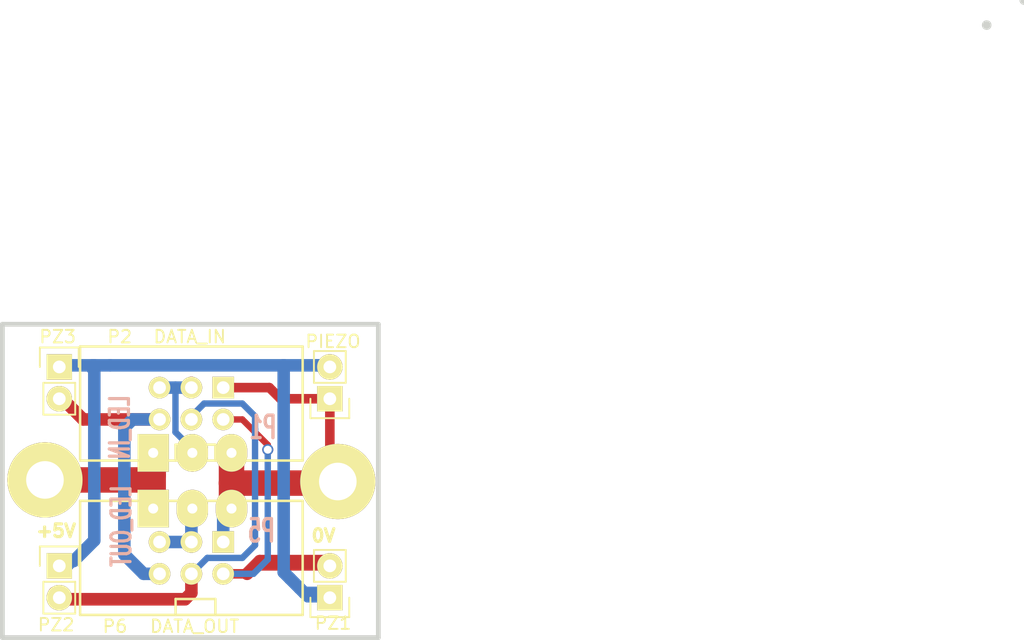
<source format=kicad_pcb>
(kicad_pcb (version 4) (host pcbnew 4.0.0-rc2-stable)

  (general
    (links 20)
    (no_connects 0)
    (area 119.809499 24.1255 201.5465 75.190501)
    (thickness 1.6002)
    (drawings 9)
    (tracks 112)
    (zones 0)
    (modules 10)
    (nets 9)
  )

  (page A4)
  (title_block
    (date "12 jul 2015")
  )

  (layers
    (0 Front signal)
    (31 Back signal)
    (32 B.Adhes user)
    (33 F.Adhes user)
    (34 B.Paste user)
    (35 F.Paste user)
    (36 B.SilkS user)
    (37 F.SilkS user)
    (38 B.Mask user)
    (39 F.Mask user)
    (40 Dwgs.User user)
    (41 Cmts.User user)
    (42 Eco1.User user)
    (43 Eco2.User user)
    (44 Edge.Cuts user)
  )

  (setup
    (last_trace_width 0.762)
    (trace_clearance 0.127)
    (zone_clearance 0.508)
    (zone_45_only no)
    (trace_min 0.2032)
    (segment_width 0.381)
    (edge_width 0.381)
    (via_size 0.889)
    (via_drill 0.635)
    (via_min_size 0.889)
    (via_min_drill 0.508)
    (uvia_size 0.508)
    (uvia_drill 0.127)
    (uvias_allowed no)
    (uvia_min_size 0.508)
    (uvia_min_drill 0.127)
    (pcb_text_width 0.3048)
    (pcb_text_size 1.524 2.032)
    (mod_edge_width 0.381)
    (mod_text_size 1.524 1.524)
    (mod_text_width 0.3048)
    (pad_size 2.032 2.032)
    (pad_drill 1.016)
    (pad_to_mask_clearance 0.254)
    (aux_axis_origin 18 90)
    (grid_origin 122 51.5)
    (visible_elements 7FFFFFFF)
    (pcbplotparams
      (layerselection 0x010e0_80000001)
      (usegerberextensions true)
      (excludeedgelayer true)
      (linewidth 0.150000)
      (plotframeref false)
      (viasonmask false)
      (mode 1)
      (useauxorigin true)
      (hpglpennumber 1)
      (hpglpenspeed 20)
      (hpglpendiameter 15)
      (hpglpenoverlay 0)
      (psnegative false)
      (psa4output false)
      (plotreference true)
      (plotvalue true)
      (plotinvisibletext false)
      (padsonsilk false)
      (subtractmaskfromsilk false)
      (outputformat 1)
      (mirror false)
      (drillshape 0)
      (scaleselection 1)
      (outputdirectory LED_Sound_Tubes_Connector_GERBERS/))
  )

  (net 0 "")
  (net 1 +5V)
  (net 2 GND)
  (net 3 "Net-(P1-Pad2)")
  (net 4 "Net-(P2-Pad4)")
  (net 5 "Net-(P2-Pad6)")
  (net 6 "Net-(P3-Pad2)")
  (net 7 "Net-(P5-Pad2)")
  (net 8 "Net-(P2-Pad2)")

  (net_class Default "This is the default net class."
    (clearance 0.127)
    (trace_width 0.762)
    (via_dia 0.889)
    (via_drill 0.635)
    (uvia_dia 0.508)
    (uvia_drill 0.127)
    (add_net +5V)
    (add_net GND)
    (add_net "Net-(P1-Pad2)")
    (add_net "Net-(P2-Pad2)")
    (add_net "Net-(P2-Pad4)")
    (add_net "Net-(P2-Pad6)")
    (add_net "Net-(P3-Pad2)")
    (add_net "Net-(P5-Pad2)")
  )

  (net_class Thick ""
    (clearance 0.254)
    (trace_width 5.08)
    (via_dia 0.889)
    (via_drill 0.635)
    (uvia_dia 0.508)
    (uvia_drill 0.127)
  )

  (module REInnovationFootprint:CONN_LED_Strip (layer Front) (tedit 56D44B56) (tstamp 56D447AF)
    (at 132.033 60.263)
    (descr "Connecteur 3 pins")
    (tags "CONN DEV")
    (path /5676CA60)
    (fp_text reference P1 (at 8.763 -2.032) (layer B.SilkS)
      (effects (font (size 1.7907 1.07696) (thickness 0.26924)) (justify mirror))
    )
    (fp_text value LED_OUT (at -2.54 5.842 90) (layer B.SilkS)
      (effects (font (size 1.524 1.016) (thickness 0.254)) (justify mirror))
    )
    (pad 1 thru_hole rect (at 0 0) (size 2.5 3) (drill 0.8) (layers *.Cu *.Mask F.SilkS)
      (net 1 +5V))
    (pad 2 thru_hole oval (at 3.125 0) (size 2.5 3) (drill 0.8) (layers *.Cu *.Mask F.SilkS)
      (net 3 "Net-(P1-Pad2)"))
    (pad 3 thru_hole oval (at 6.25 0) (size 2.5 3) (drill 0.8) (layers *.Cu *.Mask F.SilkS)
      (net 2 GND))
  )

  (module REInnovationFootprint:IDC_Header_6W_2.54 (layer Front) (tedit 56D44B67) (tstamp 56D447B5)
    (at 135.081 56.326 270)
    (descr "Through hole pin header")
    (tags "pin header")
    (path /56D43EBB)
    (fp_text reference P2 (at -5.334 5.715 540) (layer F.SilkS)
      (effects (font (size 1 1) (thickness 0.15)))
    )
    (fp_text value DATA_OUT (at 17.78 -0.254 540) (layer F.SilkS)
      (effects (font (size 1 1) (thickness 0.15)))
    )
    (fp_line (start 4.55 -1.915) (end 3.28 -1.915) (layer F.SilkS) (width 0.2))
    (fp_line (start 3.28 -1.915) (end 3.28 1.26) (layer F.SilkS) (width 0.2))
    (fp_line (start 3.28 1.26) (end 4.55 1.26) (layer F.SilkS) (width 0.2))
    (fp_line (start -4.55 8.88) (end 4.55 8.88) (layer F.SilkS) (width 0.2))
    (fp_line (start 4.55 8.88) (end 4.55 -8.88) (layer F.SilkS) (width 0.2))
    (fp_line (start 4.55 -8.88) (end -4.55 -8.88) (layer F.SilkS) (width 0.2))
    (fp_line (start -4.55 -8.88) (end -4.55 8.88) (layer F.SilkS) (width 0.2))
    (pad 1 thru_hole rect (at -1.27 -2.54 270) (size 1.7272 1.7272) (drill 1.016) (layers *.Cu *.Mask F.SilkS)
      (net 2 GND))
    (pad 2 thru_hole oval (at 1.27 -2.54 270) (size 1.7272 1.7272) (drill 1.016) (layers *.Cu *.Mask F.SilkS)
      (net 8 "Net-(P2-Pad2)"))
    (pad 3 thru_hole oval (at -1.27 0 270) (size 1.7272 1.7272) (drill 1.016) (layers *.Cu *.Mask F.SilkS)
      (net 3 "Net-(P1-Pad2)"))
    (pad 4 thru_hole oval (at 1.27 0 270) (size 1.7272 1.7272) (drill 1.016) (layers *.Cu *.Mask F.SilkS)
      (net 4 "Net-(P2-Pad4)"))
    (pad 5 thru_hole oval (at -1.27 2.54 270) (size 1.7272 1.7272) (drill 1.016) (layers *.Cu *.Mask F.SilkS)
      (net 3 "Net-(P1-Pad2)"))
    (pad 6 thru_hole oval (at 1.27 2.54 270) (size 1.7272 1.7272) (drill 1.016) (layers *.Cu *.Mask F.SilkS)
      (net 5 "Net-(P2-Pad6)"))
    (model Pin_Headers.3dshapes/Pin_Header_Straight_2x04.wrl
      (at (xyz 0.05 -0.15 0))
      (scale (xyz 1 1 1))
      (rotate (xyz 0 0 90))
    )
  )

  (module REInnovationFootprint:Pin_Header_Straight_1x02 (layer Front) (tedit 56D44A9E) (tstamp 56D447BE)
    (at 146.13 55.945 180)
    (descr "Through hole pin header")
    (tags "pin header")
    (path /5676CA08)
    (fp_text reference P3 (at -2.667 1.524 270) (layer F.SilkS) hide
      (effects (font (size 1 1) (thickness 0.15)))
    )
    (fp_text value PIEZO (at -0.254 4.572 180) (layer F.SilkS)
      (effects (font (size 1 1) (thickness 0.15)))
    )
    (fp_line (start 1.27 1.27) (end 1.27 3.81) (layer F.SilkS) (width 0.15))
    (fp_line (start 1.55 -1.55) (end 1.55 0) (layer F.SilkS) (width 0.15))
    (fp_line (start -1.75 -1.75) (end -1.75 4.3) (layer F.CrtYd) (width 0.05))
    (fp_line (start 1.75 -1.75) (end 1.75 4.3) (layer F.CrtYd) (width 0.05))
    (fp_line (start -1.75 -1.75) (end 1.75 -1.75) (layer F.CrtYd) (width 0.05))
    (fp_line (start -1.75 4.3) (end 1.75 4.3) (layer F.CrtYd) (width 0.05))
    (fp_line (start 1.27 1.27) (end -1.27 1.27) (layer F.SilkS) (width 0.15))
    (fp_line (start -1.55 0) (end -1.55 -1.55) (layer F.SilkS) (width 0.15))
    (fp_line (start -1.55 -1.55) (end 1.55 -1.55) (layer F.SilkS) (width 0.15))
    (fp_line (start -1.27 1.27) (end -1.27 3.81) (layer F.SilkS) (width 0.15))
    (fp_line (start -1.27 3.81) (end 1.27 3.81) (layer F.SilkS) (width 0.15))
    (pad 1 thru_hole rect (at 0 0 180) (size 2.032 2.032) (drill 1.016) (layers *.Cu *.Mask F.SilkS)
      (net 2 GND))
    (pad 2 thru_hole oval (at 0 2.54 180) (size 2.032 2.032) (drill 1.016) (layers *.Cu *.Mask F.SilkS)
      (net 6 "Net-(P3-Pad2)"))
    (model Pin_Headers.3dshapes/Pin_Header_Straight_1x02.wrl
      (at (xyz 0 -0.05 0))
      (scale (xyz 1 1 1))
      (rotate (xyz 0 0 90))
    )
  )

  (module REInnovationFootprint:Pin_Header_Straight_1x02 (layer Front) (tedit 56D70178) (tstamp 56D447C3)
    (at 146.13 71.82 180)
    (descr "Through hole pin header")
    (tags "pin header")
    (path /56D44E8D)
    (fp_text reference P4 (at 0 4.445 270) (layer F.SilkS) hide
      (effects (font (size 1 1) (thickness 0.15)))
    )
    (fp_text value PZ1 (at -0.254 -2.032 180) (layer F.SilkS)
      (effects (font (size 1 1) (thickness 0.15)))
    )
    (fp_line (start 1.27 1.27) (end 1.27 3.81) (layer F.SilkS) (width 0.15))
    (fp_line (start 1.55 -1.55) (end 1.55 0) (layer F.SilkS) (width 0.15))
    (fp_line (start -1.75 -1.75) (end -1.75 4.3) (layer F.CrtYd) (width 0.05))
    (fp_line (start 1.75 -1.75) (end 1.75 4.3) (layer F.CrtYd) (width 0.05))
    (fp_line (start -1.75 -1.75) (end 1.75 -1.75) (layer F.CrtYd) (width 0.05))
    (fp_line (start -1.75 4.3) (end 1.75 4.3) (layer F.CrtYd) (width 0.05))
    (fp_line (start 1.27 1.27) (end -1.27 1.27) (layer F.SilkS) (width 0.15))
    (fp_line (start -1.55 0) (end -1.55 -1.55) (layer F.SilkS) (width 0.15))
    (fp_line (start -1.55 -1.55) (end 1.55 -1.55) (layer F.SilkS) (width 0.15))
    (fp_line (start -1.27 1.27) (end -1.27 3.81) (layer F.SilkS) (width 0.15))
    (fp_line (start -1.27 3.81) (end 1.27 3.81) (layer F.SilkS) (width 0.15))
    (pad 1 thru_hole rect (at 0 0 180) (size 2.032 2.032) (drill 1.016) (layers *.Cu *.Mask F.SilkS)
      (net 6 "Net-(P3-Pad2)"))
    (pad 2 thru_hole oval (at 0 2.54 180) (size 2.032 2.032) (drill 1.016) (layers *.Cu *.Mask F.SilkS)
      (net 8 "Net-(P2-Pad2)"))
    (model Pin_Headers.3dshapes/Pin_Header_Straight_1x02.wrl
      (at (xyz 0 -0.05 0))
      (scale (xyz 1 1 1))
      (rotate (xyz 0 0 90))
    )
  )

  (module REInnovationFootprint:CONN_LED_Strip (layer Front) (tedit 56D44B59) (tstamp 56D447C8)
    (at 132.033 64.708)
    (descr "Connecteur 3 pins")
    (tags "CONN DEV")
    (path /5676CB16)
    (fp_text reference P5 (at 8.636 1.778) (layer B.SilkS)
      (effects (font (size 1.7907 1.07696) (thickness 0.26924)) (justify mirror))
    )
    (fp_text value LED_IN (at -2.667 -6.477 90) (layer B.SilkS)
      (effects (font (size 1.524 1.016) (thickness 0.254)) (justify mirror))
    )
    (pad 1 thru_hole rect (at 0 0) (size 2.5 3) (drill 0.8) (layers *.Cu *.Mask F.SilkS)
      (net 1 +5V))
    (pad 2 thru_hole oval (at 3.125 0) (size 2.5 3) (drill 0.8) (layers *.Cu *.Mask F.SilkS)
      (net 7 "Net-(P5-Pad2)"))
    (pad 3 thru_hole oval (at 6.25 0) (size 2.5 3) (drill 0.8) (layers *.Cu *.Mask F.SilkS)
      (net 2 GND))
  )

  (module REInnovationFootprint:IDC_Header_6W_2.54 (layer Front) (tedit 56D44B64) (tstamp 56D447CE)
    (at 135.081 68.645 270)
    (descr "Through hole pin header")
    (tags "pin header")
    (path /56D43F99)
    (fp_text reference P6 (at 5.461 6.096 360) (layer F.SilkS)
      (effects (font (size 1 1) (thickness 0.15)))
    )
    (fp_text value DATA_IN (at -17.653 0.127 540) (layer F.SilkS)
      (effects (font (size 1 1) (thickness 0.15)))
    )
    (fp_line (start 4.55 -1.915) (end 3.28 -1.915) (layer F.SilkS) (width 0.2))
    (fp_line (start 3.28 -1.915) (end 3.28 1.26) (layer F.SilkS) (width 0.2))
    (fp_line (start 3.28 1.26) (end 4.55 1.26) (layer F.SilkS) (width 0.2))
    (fp_line (start -4.55 8.88) (end 4.55 8.88) (layer F.SilkS) (width 0.2))
    (fp_line (start 4.55 8.88) (end 4.55 -8.88) (layer F.SilkS) (width 0.2))
    (fp_line (start 4.55 -8.88) (end -4.55 -8.88) (layer F.SilkS) (width 0.2))
    (fp_line (start -4.55 -8.88) (end -4.55 8.88) (layer F.SilkS) (width 0.2))
    (pad 1 thru_hole rect (at -1.27 -2.54 270) (size 1.7272 1.7272) (drill 1.016) (layers *.Cu *.Mask F.SilkS)
      (net 2 GND))
    (pad 2 thru_hole oval (at 1.27 -2.54 270) (size 1.7272 1.7272) (drill 1.016) (layers *.Cu *.Mask F.SilkS)
      (net 8 "Net-(P2-Pad2)"))
    (pad 3 thru_hole oval (at -1.27 0 270) (size 1.7272 1.7272) (drill 1.016) (layers *.Cu *.Mask F.SilkS)
      (net 7 "Net-(P5-Pad2)"))
    (pad 4 thru_hole oval (at 1.27 0 270) (size 1.7272 1.7272) (drill 1.016) (layers *.Cu *.Mask F.SilkS)
      (net 4 "Net-(P2-Pad4)"))
    (pad 5 thru_hole oval (at -1.27 2.54 270) (size 1.7272 1.7272) (drill 1.016) (layers *.Cu *.Mask F.SilkS)
      (net 7 "Net-(P5-Pad2)"))
    (pad 6 thru_hole oval (at 1.27 2.54 270) (size 1.7272 1.7272) (drill 1.016) (layers *.Cu *.Mask F.SilkS)
      (net 5 "Net-(P2-Pad6)"))
    (model Pin_Headers.3dshapes/Pin_Header_Straight_2x04.wrl
      (at (xyz 0.05 -0.15 0))
      (scale (xyz 1 1 1))
      (rotate (xyz 0 0 90))
    )
  )

  (module REInnovationFootprint:Pin_Header_Straight_1x02 (layer Front) (tedit 56D44A02) (tstamp 56D447DC)
    (at 124.54 69.28)
    (descr "Through hole pin header")
    (tags "pin header")
    (path /56D44EE6)
    (fp_text reference P7 (at -2.413 1.651) (layer F.SilkS) hide
      (effects (font (size 1 1) (thickness 0.15)))
    )
    (fp_text value PZ2 (at -0.254 4.699) (layer F.SilkS)
      (effects (font (size 1 1) (thickness 0.15)))
    )
    (fp_line (start 1.27 1.27) (end 1.27 3.81) (layer F.SilkS) (width 0.15))
    (fp_line (start 1.55 -1.55) (end 1.55 0) (layer F.SilkS) (width 0.15))
    (fp_line (start -1.75 -1.75) (end -1.75 4.3) (layer F.CrtYd) (width 0.05))
    (fp_line (start 1.75 -1.75) (end 1.75 4.3) (layer F.CrtYd) (width 0.05))
    (fp_line (start -1.75 -1.75) (end 1.75 -1.75) (layer F.CrtYd) (width 0.05))
    (fp_line (start -1.75 4.3) (end 1.75 4.3) (layer F.CrtYd) (width 0.05))
    (fp_line (start 1.27 1.27) (end -1.27 1.27) (layer F.SilkS) (width 0.15))
    (fp_line (start -1.55 0) (end -1.55 -1.55) (layer F.SilkS) (width 0.15))
    (fp_line (start -1.55 -1.55) (end 1.55 -1.55) (layer F.SilkS) (width 0.15))
    (fp_line (start -1.27 1.27) (end -1.27 3.81) (layer F.SilkS) (width 0.15))
    (fp_line (start -1.27 3.81) (end 1.27 3.81) (layer F.SilkS) (width 0.15))
    (pad 1 thru_hole rect (at 0 0) (size 2.032 2.032) (drill 1.016) (layers *.Cu *.Mask F.SilkS)
      (net 6 "Net-(P3-Pad2)"))
    (pad 2 thru_hole oval (at 0 2.54) (size 2.032 2.032) (drill 1.016) (layers *.Cu *.Mask F.SilkS)
      (net 4 "Net-(P2-Pad4)"))
    (model Pin_Headers.3dshapes/Pin_Header_Straight_1x02.wrl
      (at (xyz 0 -0.05 0))
      (scale (xyz 1 1 1))
      (rotate (xyz 0 0 90))
    )
  )

  (module REInnovationFootprint:Pin_Header_Straight_1x02 (layer Front) (tedit 56D44A53) (tstamp 56D447E2)
    (at 124.54 53.405)
    (descr "Through hole pin header")
    (tags "pin header")
    (path /56D44F54)
    (fp_text reference P8 (at -2.286 -0.381 90) (layer F.SilkS) hide
      (effects (font (size 1 1) (thickness 0.15)))
    )
    (fp_text value PZ3 (at -0.127 -2.413) (layer F.SilkS)
      (effects (font (size 1 1) (thickness 0.15)))
    )
    (fp_line (start 1.27 1.27) (end 1.27 3.81) (layer F.SilkS) (width 0.15))
    (fp_line (start 1.55 -1.55) (end 1.55 0) (layer F.SilkS) (width 0.15))
    (fp_line (start -1.75 -1.75) (end -1.75 4.3) (layer F.CrtYd) (width 0.05))
    (fp_line (start 1.75 -1.75) (end 1.75 4.3) (layer F.CrtYd) (width 0.05))
    (fp_line (start -1.75 -1.75) (end 1.75 -1.75) (layer F.CrtYd) (width 0.05))
    (fp_line (start -1.75 4.3) (end 1.75 4.3) (layer F.CrtYd) (width 0.05))
    (fp_line (start 1.27 1.27) (end -1.27 1.27) (layer F.SilkS) (width 0.15))
    (fp_line (start -1.55 0) (end -1.55 -1.55) (layer F.SilkS) (width 0.15))
    (fp_line (start -1.55 -1.55) (end 1.55 -1.55) (layer F.SilkS) (width 0.15))
    (fp_line (start -1.27 1.27) (end -1.27 3.81) (layer F.SilkS) (width 0.15))
    (fp_line (start -1.27 3.81) (end 1.27 3.81) (layer F.SilkS) (width 0.15))
    (pad 1 thru_hole rect (at 0 0) (size 2.032 2.032) (drill 1.016) (layers *.Cu *.Mask F.SilkS)
      (net 6 "Net-(P3-Pad2)"))
    (pad 2 thru_hole oval (at 0 2.54) (size 2.032 2.032) (drill 1.016) (layers *.Cu *.Mask F.SilkS)
      (net 5 "Net-(P2-Pad6)"))
    (model Pin_Headers.3dshapes/Pin_Header_Straight_1x02.wrl
      (at (xyz 0 -0.05 0))
      (scale (xyz 1 1 1))
      (rotate (xyz 0 0 90))
    )
  )

  (module REInnovationFootprint:CONN_3mm_Terminal (layer Front) (tedit 56D44A75) (tstamp 56D448B5)
    (at 146.765 62.549)
    (descr "module 1 pin (ou trou mecanique de percage)")
    (tags DEV)
    (path /567ACB13)
    (fp_text reference P9 (at 2.032 -4.191) (layer F.SilkS) hide
      (effects (font (size 1.016 1.016) (thickness 0.254)))
    )
    (fp_text value 0V (at -1.143 4.318) (layer F.SilkS)
      (effects (font (size 1.016 1.016) (thickness 0.254)))
    )
    (pad 1 thru_hole circle (at 0 0) (size 6 6) (drill 2.99974) (layers *.Cu *.Mask F.SilkS)
      (net 2 GND) (clearance 0.2))
  )

  (module REInnovationFootprint:CONN_3mm_Terminal (layer Front) (tedit 56D44A83) (tstamp 56D448BA)
    (at 123.397 62.422)
    (descr "module 1 pin (ou trou mecanique de percage)")
    (tags DEV)
    (path /516547CF)
    (fp_text reference P10 (at -1.524 -4.064) (layer F.SilkS) hide
      (effects (font (size 1.016 1.016) (thickness 0.254)))
    )
    (fp_text value +5V (at 0.889 4.064) (layer F.SilkS)
      (effects (font (size 1.016 1.016) (thickness 0.254)))
    )
    (pad 1 thru_hole circle (at 0 0) (size 6 6) (drill 2.99974) (layers *.Cu *.Mask F.SilkS)
      (net 1 +5V) (clearance 0.2))
  )

  (gr_line (start 148 73.5) (end 122 73.5) (angle 90) (layer Dwgs.User) (width 0.381))
  (gr_line (start 122 51.5) (end 148 51.5) (angle 90) (layer Dwgs.User) (width 0.381))
  (gr_line (start 150 50) (end 120 50) (angle 90) (layer Edge.Cuts) (width 0.381))
  (gr_line (start 150 75) (end 150 50) (angle 90) (layer Edge.Cuts) (width 0.381))
  (gr_line (start 120 75) (end 150 75) (angle 90) (layer Edge.Cuts) (width 0.381))
  (gr_line (start 120 50) (end 120 75) (angle 90) (layer Edge.Cuts) (width 0.381))
  (target plus (at 198.544 26.128) (size 0.005) (width 0.381) (layer Edge.Cuts))
  (target plus (at 201.544 24.128) (size 0.005) (width 0.381) (layer Edge.Cuts))
  (target plus (at 201.544 24.128) (size 0.005) (width 0.381) (layer Edge.Cuts))

  (segment (start 132.033 64.708) (end 132.033 60.263) (width 0.762) (layer Front) (net 1) (status C00000))
  (segment (start 132.033 60.517) (end 132.033 64.581) (width 2.032) (layer Front) (net 1))
  (segment (start 123.397 62.422) (end 131.652 62.422) (width 2.032) (layer Front) (net 1))
  (segment (start 131.652 62.422) (end 132.033 62.041) (width 2.032) (layer Front) (net 1) (tstamp 56D449B3))
  (segment (start 132.033 64.581) (end 132.033 62.041) (width 1) (layer Front) (net 1))
  (segment (start 132.033 62.041) (end 132.033 60.517) (width 1) (layer Front) (net 1) (tstamp 56D449B6))
  (segment (start 132.033 64.454) (end 131.906 64.581) (width 1) (layer Front) (net 1) (tstamp 56D448ED))
  (segment (start 131.906 60.644) (end 132.033 60.517) (width 1) (layer Front) (net 1) (tstamp 56FA734C))
  (segment (start 138.283 64.708) (end 138.283 60.263) (width 0.762) (layer Front) (net 2) (status C00000))
  (segment (start 146.13 55.945) (end 142.193 55.945) (width 0.762) (layer Front) (net 2) (status 400000))
  (segment (start 141.304 55.056) (end 137.621 55.056) (width 0.762) (layer Front) (net 2) (tstamp 56D70384) (status 800000))
  (segment (start 142.193 55.945) (end 141.304 55.056) (width 0.762) (layer Front) (net 2) (tstamp 56D70383))
  (segment (start 146.13 55.945) (end 146.13 61.914) (width 0.762) (layer Front) (net 2) (status C00000))
  (segment (start 146.13 61.914) (end 146.765 62.549) (width 0.762) (layer Front) (net 2) (tstamp 56D7037F) (status C00000))
  (segment (start 142.193 62.676) (end 146.638 62.676) (width 2.032) (layer Front) (net 2))
  (segment (start 146.638 62.676) (end 146.765 62.549) (width 2.032) (layer Front) (net 2) (tstamp 56D449C4))
  (segment (start 138.283 62.676) (end 142.193 62.676) (width 2.032) (layer Front) (net 2))
  (segment (start 146.638 62.676) (end 146.765 62.549) (width 2.032) (layer Front) (net 2) (tstamp 56D449BF))
  (segment (start 138.283 60.517) (end 138.283 62.676) (width 2.032) (layer Front) (net 2))
  (segment (start 138.283 62.676) (end 138.283 64.581) (width 2.032) (layer Front) (net 2) (tstamp 56D449BD))
  (segment (start 137.621 67.375) (end 137.621 65.243) (width 1) (layer Back) (net 2))
  (segment (start 137.621 65.243) (end 138.283 64.581) (width 1) (layer Back) (net 2) (tstamp 56D4490C))
  (segment (start 146.765 62.549) (end 138.41 62.549) (width 1) (layer Front) (net 2))
  (segment (start 138.41 62.549) (end 138.156 62.295) (width 1) (layer Front) (net 2) (tstamp 56D448D5))
  (segment (start 137.621 65.116) (end 138.156 64.581) (width 1) (layer Front) (net 2) (tstamp 56D44830))
  (segment (start 138.156 62.295) (end 138.51 62.295) (width 1) (layer Front) (net 2) (tstamp 56FA7353))
  (segment (start 138.51 62.295) (end 138.156 62.295) (width 1) (layer Front) (net 2) (tstamp 56FA7355))
  (segment (start 138.156 64.581) (end 138.156 62.295) (width 1) (layer Front) (net 2))
  (segment (start 138.156 62.295) (end 138.156 60.644) (width 1) (layer Front) (net 2) (tstamp 56FA7356))
  (segment (start 138.156 60.644) (end 138.283 60.517) (width 1) (layer Front) (net 2) (tstamp 56FA7350))
  (segment (start 135.158 60.517) (end 135.158 59.959) (width 0.508) (layer Back) (net 3))
  (segment (start 135.158 59.959) (end 133.811 58.612) (width 0.508) (layer Back) (net 3) (tstamp 56D44963))
  (segment (start 133.811 58.612) (end 133.811 55.056) (width 0.508) (layer Back) (net 3) (tstamp 56D44964))
  (segment (start 133.811 55.056) (end 133.811 55.31) (width 0.508) (layer Back) (net 3) (tstamp 56D44966))
  (segment (start 133.811 55.31) (end 133.811 55.056) (width 0.508) (layer Back) (net 3) (tstamp 56D44968))
  (segment (start 135.081 55.056) (end 135.081 54.675) (width 1) (layer Front) (net 3))
  (segment (start 132.541 55.056) (end 133.811 55.056) (width 1) (layer Back) (net 3))
  (segment (start 133.811 55.056) (end 135.081 55.056) (width 1) (layer Back) (net 3) (tstamp 56D44969))
  (segment (start 124.54 71.82) (end 134.7 71.82) (width 0.762) (layer Front) (net 4) (status 400000))
  (segment (start 134.7 71.82) (end 135.081 71.439) (width 0.762) (layer Front) (net 4) (tstamp 56D70363))
  (segment (start 135.081 71.439) (end 135.081 69.915) (width 0.762) (layer Front) (net 4) (tstamp 56D70365) (status 800000))
  (segment (start 140.161 58.358) (end 140.161 67.629) (width 0.508) (layer Back) (net 4))
  (segment (start 136.351 68.645) (end 135.081 69.915) (width 0.508) (layer Back) (net 4) (tstamp 56D44995))
  (segment (start 139.145 68.645) (end 136.351 68.645) (width 0.508) (layer Back) (net 4) (tstamp 56D44992))
  (segment (start 140.161 67.629) (end 139.145 68.645) (width 0.508) (layer Back) (net 4) (tstamp 56D4498F))
  (segment (start 135.081 57.596) (end 135.081 57.342) (width 0.508) (layer Back) (net 4))
  (segment (start 135.081 57.342) (end 136.097 56.326) (width 0.508) (layer Back) (net 4) (tstamp 56D4496D))
  (segment (start 136.097 56.326) (end 139.145 56.326) (width 0.508) (layer Back) (net 4) (tstamp 56D4496E))
  (segment (start 139.145 56.326) (end 140.161 57.342) (width 0.508) (layer Back) (net 4) (tstamp 56D4496F))
  (segment (start 140.161 57.342) (end 140.161 58.358) (width 0.508) (layer Back) (net 4) (tstamp 56D44974))
  (segment (start 140.161 58.358) (end 140.161 58.612) (width 0.508) (layer Back) (net 4) (tstamp 56D4498D))
  (segment (start 124.159 71.439) (end 124.413 71.439) (width 1) (layer Front) (net 4))
  (segment (start 124.413 71.439) (end 124.921 71.947) (width 1) (layer Front) (net 4) (tstamp 56D4484A))
  (segment (start 124.921 71.947) (end 134.573 71.947) (width 1) (layer Front) (net 4) (tstamp 56D4484B))
  (segment (start 135.081 71.439) (end 135.081 69.915) (width 1) (layer Front) (net 4) (tstamp 56D4484D))
  (segment (start 134.573 71.947) (end 135.081 71.439) (width 1) (layer Front) (net 4) (tstamp 56D4484C))
  (segment (start 124.54 55.945) (end 124.794 55.945) (width 0.762) (layer Front) (net 5) (status C00000))
  (segment (start 124.794 55.945) (end 126.445 57.596) (width 0.762) (layer Front) (net 5) (tstamp 56D70357) (status 400000))
  (segment (start 132.541 69.915) (end 131.271 69.915) (width 1) (layer Back) (net 5))
  (segment (start 130.382 57.596) (end 132.541 57.596) (width 1) (layer Back) (net 5) (tstamp 56D44854))
  (segment (start 129.731002 58.246998) (end 130.382 57.596) (width 1) (layer Back) (net 5) (tstamp 56D44853))
  (segment (start 129.731002 68.375002) (end 129.731002 58.246998) (width 1) (layer Back) (net 5) (tstamp 56D44852))
  (segment (start 131.271 69.915) (end 129.731002 68.375002) (width 1) (layer Back) (net 5) (tstamp 56D44851))
  (segment (start 125.302 56.453) (end 126.445 57.596) (width 1) (layer Front) (net 5) (tstamp 56D44840))
  (segment (start 126.445 57.596) (end 132.541 57.596) (width 1) (layer Front) (net 5) (tstamp 56D44841))
  (segment (start 146.13 71.82) (end 144.352 71.82) (width 0.762) (layer Back) (net 6) (status 400000))
  (segment (start 142.955 70.423) (end 142.955 70.296) (width 0.762) (layer Back) (net 6) (tstamp 56D70376))
  (segment (start 144.352 71.82) (end 142.955 70.423) (width 0.762) (layer Back) (net 6) (tstamp 56D70373))
  (segment (start 146.13 71.82) (end 144.479 71.82) (width 0.762) (layer Back) (net 6) (status 400000))
  (segment (start 144.479 71.82) (end 143.717 71.058) (width 0.762) (layer Back) (net 6) (tstamp 56D7036D))
  (segment (start 124.54 69.28) (end 125.302 69.28) (width 0.762) (layer Back) (net 6) (status C00000))
  (segment (start 125.302 69.28) (end 125.683 68.899) (width 0.762) (layer Back) (net 6) (tstamp 56D7035D) (status 400000))
  (segment (start 146.13 53.405) (end 145.241 53.405) (width 0.762) (layer Back) (net 6) (status C00000))
  (segment (start 145.241 53.405) (end 145.114 53.278) (width 0.762) (layer Back) (net 6) (tstamp 56D70347) (status 400000))
  (segment (start 124.54 53.405) (end 125.302 53.405) (width 0.762) (layer Back) (net 6) (status C00000))
  (segment (start 125.302 53.405) (end 125.429 53.278) (width 0.762) (layer Back) (net 6) (tstamp 56D70344) (status C00000))
  (segment (start 125.429 53.278) (end 124.54 53.405) (width 0.762) (layer Back) (net 6) (tstamp 56D70346) (status C00000))
  (segment (start 125.683 68.899) (end 127.334 67.248) (width 1) (layer Back) (net 6) (tstamp 56D44857))
  (segment (start 127.207 53.532) (end 127.207 53.278) (width 1) (layer Back) (net 6) (tstamp 56D4485B))
  (segment (start 127.207 53.405) (end 127.207 53.532) (width 1) (layer Back) (net 6) (tstamp 56D4485A))
  (segment (start 127.334 53.278) (end 127.207 53.405) (width 1) (layer Back) (net 6) (tstamp 56D44859))
  (segment (start 127.334 67.248) (end 127.334 53.278) (width 1) (layer Back) (net 6) (tstamp 56D44858))
  (segment (start 146.003 71.439) (end 144.098 71.439) (width 1) (layer Back) (net 6))
  (segment (start 142.447 69.788) (end 142.447 53.278) (width 1) (layer Back) (net 6) (tstamp 56D4481E))
  (segment (start 142.955 70.296) (end 142.447 69.788) (width 1) (layer Back) (net 6) (tstamp 56D70377))
  (segment (start 144.098 71.439) (end 143.717 71.058) (width 1) (layer Back) (net 6) (tstamp 56D4481D))
  (segment (start 143.717 71.058) (end 142.955 70.296) (width 1) (layer Back) (net 6) (tstamp 56D70371))
  (segment (start 142.447 53.278) (end 142.447 53.532) (width 1) (layer Back) (net 6) (tstamp 56D4481F))
  (segment (start 142.447 53.532) (end 142.447 53.278) (width 1) (layer Back) (net 6) (tstamp 56D44821))
  (segment (start 145.876 53.278) (end 145.114 53.278) (width 1) (layer Back) (net 6))
  (segment (start 145.114 53.278) (end 142.447 53.278) (width 1) (layer Back) (net 6) (tstamp 56D7034A))
  (segment (start 142.447 53.278) (end 128.604 53.278) (width 1) (layer Back) (net 6) (tstamp 56D44822))
  (segment (start 128.604 53.278) (end 127.207 53.278) (width 1) (layer Back) (net 6) (tstamp 56D44815))
  (segment (start 127.207 53.278) (end 124.921 53.278) (width 1) (layer Back) (net 6) (tstamp 56D4485C))
  (segment (start 135.081 67.375) (end 135.081 64.658) (width 1) (layer Back) (net 7))
  (segment (start 135.081 64.658) (end 135.158 64.581) (width 1) (layer Back) (net 7) (tstamp 56D44908))
  (segment (start 135.158 67.298) (end 135.081 67.375) (width 1) (layer Front) (net 7) (tstamp 56D44901))
  (segment (start 135.081 64.631) (end 135.031 64.581) (width 1) (layer Back) (net 7) (tstamp 56D4483A))
  (segment (start 132.541 67.375) (end 135.081 67.375) (width 1) (layer Back) (net 7))
  (segment (start 135.031 67.325) (end 135.081 67.375) (width 1) (layer Front) (net 7) (tstamp 56D44833))
  (segment (start 137.621 69.915) (end 139.526 69.915) (width 0.762) (layer Front) (net 8) (status 400000))
  (segment (start 139.526 69.915) (end 140.161 69.28) (width 0.762) (layer Front) (net 8) (tstamp 56D70368))
  (segment (start 140.161 69.28) (end 146.13 69.28) (width 0.762) (layer Front) (net 8) (tstamp 56D7036A) (status 800000))
  (segment (start 137.621 57.596) (end 139.145 57.596) (width 0.508) (layer Front) (net 8))
  (segment (start 140.034 69.915) (end 137.621 69.915) (width 0.508) (layer Back) (net 8) (tstamp 56D44988))
  (segment (start 141.177 68.772) (end 140.034 69.915) (width 0.508) (layer Back) (net 8) (tstamp 56D44986))
  (segment (start 141.177 60.009) (end 141.177 68.772) (width 0.508) (layer Back) (net 8) (tstamp 56D44985))
  (via (at 141.177 60.009) (size 0.889) (drill 0.635) (layers Front Back) (net 8))
  (segment (start 141.177 59.628) (end 141.177 60.009) (width 0.508) (layer Front) (net 8) (tstamp 56D44982))
  (segment (start 139.145 57.596) (end 141.177 59.628) (width 0.508) (layer Front) (net 8) (tstamp 56D44981))
  (segment (start 146.003 68.899) (end 140.542 68.899) (width 1) (layer Front) (net 8))
  (segment (start 140.542 68.899) (end 139.526 69.915) (width 1) (layer Front) (net 8) (tstamp 56D44846))

)

</source>
